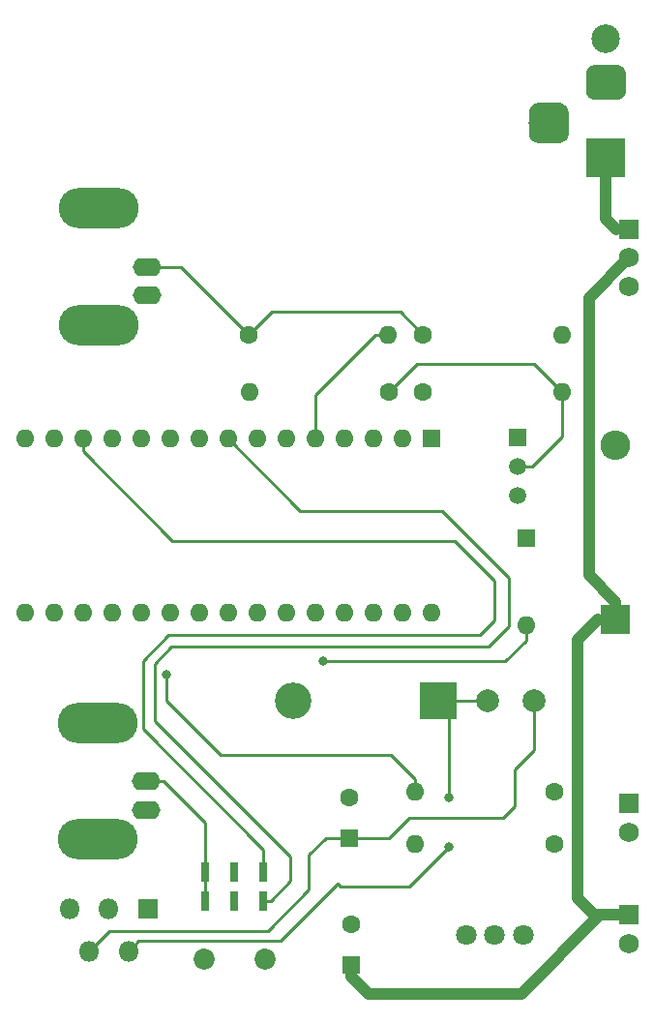
<source format=gbr>
G04 #@! TF.GenerationSoftware,KiCad,Pcbnew,(5.0.0)*
G04 #@! TF.CreationDate,2018-12-21T15:57:03+00:00*
G04 #@! TF.ProjectId,OpenSpritzer_1.3,4F70656E53707269747A65725F312E33,rev?*
G04 #@! TF.SameCoordinates,Original*
G04 #@! TF.FileFunction,Copper,L1,Top,Signal*
G04 #@! TF.FilePolarity,Positive*
%FSLAX46Y46*%
G04 Gerber Fmt 4.6, Leading zero omitted, Abs format (unit mm)*
G04 Created by KiCad (PCBNEW (5.0.0)) date 12/21/18 15:57:03*
%MOMM*%
%LPD*%
G01*
G04 APERTURE LIST*
G04 #@! TA.AperFunction,ComponentPad*
%ADD10C,1.750000*%
G04 #@! TD*
G04 #@! TA.AperFunction,ComponentPad*
%ADD11R,1.750000X1.750000*%
G04 #@! TD*
G04 #@! TA.AperFunction,ComponentPad*
%ADD12C,1.800000*%
G04 #@! TD*
G04 #@! TA.AperFunction,ComponentPad*
%ADD13O,2.600000X2.600000*%
G04 #@! TD*
G04 #@! TA.AperFunction,ComponentPad*
%ADD14R,2.600000X2.600000*%
G04 #@! TD*
G04 #@! TA.AperFunction,ComponentPad*
%ADD15C,1.600000*%
G04 #@! TD*
G04 #@! TA.AperFunction,ComponentPad*
%ADD16O,1.600000X1.600000*%
G04 #@! TD*
G04 #@! TA.AperFunction,ComponentPad*
%ADD17C,2.000000*%
G04 #@! TD*
G04 #@! TA.AperFunction,ComponentPad*
%ADD18R,1.600000X1.600000*%
G04 #@! TD*
G04 #@! TA.AperFunction,ComponentPad*
%ADD19R,1.500000X1.500000*%
G04 #@! TD*
G04 #@! TA.AperFunction,ComponentPad*
%ADD20C,1.500000*%
G04 #@! TD*
G04 #@! TA.AperFunction,Conductor*
%ADD21C,0.100000*%
G04 #@! TD*
G04 #@! TA.AperFunction,ComponentPad*
%ADD22C,3.500000*%
G04 #@! TD*
G04 #@! TA.AperFunction,ComponentPad*
%ADD23C,3.000000*%
G04 #@! TD*
G04 #@! TA.AperFunction,ComponentPad*
%ADD24R,3.500000X3.500000*%
G04 #@! TD*
G04 #@! TA.AperFunction,ComponentPad*
%ADD25C,2.500000*%
G04 #@! TD*
G04 #@! TA.AperFunction,ComponentPad*
%ADD26R,3.200000X3.200000*%
G04 #@! TD*
G04 #@! TA.AperFunction,ComponentPad*
%ADD27O,3.200000X3.200000*%
G04 #@! TD*
G04 #@! TA.AperFunction,ComponentPad*
%ADD28R,0.750000X1.750000*%
G04 #@! TD*
G04 #@! TA.AperFunction,ComponentPad*
%ADD29C,1.850000*%
G04 #@! TD*
G04 #@! TA.AperFunction,ComponentPad*
%ADD30O,7.000240X3.500120*%
G04 #@! TD*
G04 #@! TA.AperFunction,ComponentPad*
%ADD31O,2.499360X1.600200*%
G04 #@! TD*
G04 #@! TA.AperFunction,ComponentPad*
%ADD32R,1.800000X1.800000*%
G04 #@! TD*
G04 #@! TA.AperFunction,ComponentPad*
%ADD33O,1.800000X1.800000*%
G04 #@! TD*
G04 #@! TA.AperFunction,ViaPad*
%ADD34C,0.800000*%
G04 #@! TD*
G04 #@! TA.AperFunction,Conductor*
%ADD35C,0.250000*%
G04 #@! TD*
G04 #@! TA.AperFunction,Conductor*
%ADD36C,1.000000*%
G04 #@! TD*
G04 APERTURE END LIST*
D10*
G04 #@! TO.P,,3*
G04 #@! TO.N,GNDREF*
X154500000Y-86700000D03*
G04 #@! TO.P,,2*
G04 #@! TO.N,Net-(C1-Pad1)*
X154500000Y-84200000D03*
D11*
G04 #@! TO.P,,1*
X154500000Y-81700000D03*
G04 #@! TD*
G04 #@! TO.P,,1*
G04 #@! TO.N,Net-(C1-Pad1)*
X154500000Y-141700000D03*
D10*
G04 #@! TO.P,,2*
G04 #@! TO.N,Net-(D3-Pad2)*
X154500000Y-144200000D03*
G04 #@! TD*
D11*
G04 #@! TO.P,,1*
G04 #@! TO.N,GNDREF*
X154500000Y-131950000D03*
D10*
G04 #@! TO.P,,2*
G04 #@! TO.N,Net-(D1-Pad2)*
X154500000Y-134450000D03*
G04 #@! TD*
D12*
G04 #@! TO.P,,3*
G04 #@! TO.N,Net-(A1-Pad27)*
X145260000Y-143480000D03*
G04 #@! TO.P,,2*
G04 #@! TO.N,Net-(R1-Pad1)*
X142760000Y-143480000D03*
G04 #@! TO.P,,1*
G04 #@! TO.N,GNDREF*
X140260000Y-143480000D03*
G04 #@! TD*
D13*
G04 #@! TO.P,,2*
G04 #@! TO.N,Net-(D3-Pad2)*
X153340000Y-100630000D03*
D14*
G04 #@! TO.P,,1*
G04 #@! TO.N,Net-(C1-Pad1)*
X153340000Y-115870000D03*
G04 #@! TD*
D15*
G04 #@! TO.P,,1*
G04 #@! TO.N,Net-(J1-Pad1)*
X136500000Y-90950000D03*
D16*
G04 #@! TO.P,,2*
G04 #@! TO.N,GNDREF*
X148680000Y-90950000D03*
G04 #@! TD*
D15*
G04 #@! TO.P,,1*
G04 #@! TO.N,Net-(R1-Pad1)*
X148000000Y-130950000D03*
D16*
G04 #@! TO.P,,2*
G04 #@! TO.N,Net-(A1-Pad19)*
X135820000Y-130950000D03*
G04 #@! TD*
D15*
G04 #@! TO.P,,1*
G04 #@! TO.N,Net-(D1-Pad2)*
X148000000Y-135450000D03*
D16*
G04 #@! TO.P,,2*
G04 #@! TO.N,Net-(R2-Pad2)*
X135820000Y-135450000D03*
G04 #@! TD*
D15*
G04 #@! TO.P,,1*
G04 #@! TO.N,GNDREF*
X136500000Y-95950000D03*
D16*
G04 #@! TO.P,,2*
G04 #@! TO.N,Net-(Q1-Pad2)*
X148680000Y-95950000D03*
G04 #@! TD*
D15*
G04 #@! TO.P,,1*
G04 #@! TO.N,Net-(J1-Pad1)*
X121250000Y-90950000D03*
D16*
G04 #@! TO.P,,2*
G04 #@! TO.N,Net-(A1-Pad5)*
X133430000Y-90950000D03*
G04 #@! TD*
D15*
G04 #@! TO.P,,1*
G04 #@! TO.N,Net-(Q1-Pad2)*
X133500000Y-95950000D03*
D16*
G04 #@! TO.P,,2*
G04 #@! TO.N,Net-(D2-Pad1)*
X121320000Y-95950000D03*
G04 #@! TD*
D17*
G04 #@! TO.P,,1*
G04 #@! TO.N,Net-(A1-Pad30)*
X146175000Y-122950000D03*
G04 #@! TO.P,,2*
G04 #@! TO.N,Net-(D4-Pad1)*
X142175000Y-122950000D03*
G04 #@! TD*
D18*
G04 #@! TO.P,,1*
G04 #@! TO.N,Net-(A1-Pad1)*
X137200000Y-100000000D03*
D16*
G04 #@! TO.P,,17*
G04 #@! TO.N,Net-(A1-Pad17)*
X104180000Y-115240000D03*
G04 #@! TO.P,,2*
G04 #@! TO.N,Net-(A1-Pad2)*
X134660000Y-100000000D03*
G04 #@! TO.P,,18*
G04 #@! TO.N,Net-(A1-Pad18)*
X106720000Y-115240000D03*
G04 #@! TO.P,,3*
G04 #@! TO.N,Net-(A1-Pad3)*
X132120000Y-100000000D03*
G04 #@! TO.P,,19*
G04 #@! TO.N,Net-(A1-Pad19)*
X109260000Y-115240000D03*
G04 #@! TO.P,,4*
G04 #@! TO.N,GNDREF*
X129580000Y-100000000D03*
G04 #@! TO.P,,20*
G04 #@! TO.N,Net-(A1-Pad20)*
X111800000Y-115240000D03*
G04 #@! TO.P,,5*
G04 #@! TO.N,Net-(A1-Pad5)*
X127040000Y-100000000D03*
G04 #@! TO.P,,21*
G04 #@! TO.N,Net-(A1-Pad21)*
X114340000Y-115240000D03*
G04 #@! TO.P,,6*
G04 #@! TO.N,Net-(A1-Pad6)*
X124500000Y-100000000D03*
G04 #@! TO.P,,22*
G04 #@! TO.N,Net-(A1-Pad22)*
X116880000Y-115240000D03*
G04 #@! TO.P,,7*
G04 #@! TO.N,Net-(A1-Pad7)*
X121960000Y-100000000D03*
G04 #@! TO.P,,23*
G04 #@! TO.N,Net-(A1-Pad23)*
X119420000Y-115240000D03*
G04 #@! TO.P,,8*
G04 #@! TO.N,Net-(A1-Pad8)*
X119420000Y-100000000D03*
G04 #@! TO.P,,24*
G04 #@! TO.N,Net-(A1-Pad24)*
X121960000Y-115240000D03*
G04 #@! TO.P,,9*
G04 #@! TO.N,Net-(A1-Pad9)*
X116880000Y-100000000D03*
G04 #@! TO.P,,25*
G04 #@! TO.N,Net-(A1-Pad25)*
X124500000Y-115240000D03*
G04 #@! TO.P,,10*
G04 #@! TO.N,Net-(A1-Pad10)*
X114340000Y-100000000D03*
G04 #@! TO.P,,26*
G04 #@! TO.N,Net-(A1-Pad26)*
X127040000Y-115240000D03*
G04 #@! TO.P,,11*
G04 #@! TO.N,Net-(A1-Pad11)*
X111800000Y-100000000D03*
G04 #@! TO.P,,27*
G04 #@! TO.N,Net-(A1-Pad27)*
X129580000Y-115240000D03*
G04 #@! TO.P,,12*
G04 #@! TO.N,Net-(A1-Pad12)*
X109260000Y-100000000D03*
G04 #@! TO.P,,28*
G04 #@! TO.N,Net-(A1-Pad28)*
X132120000Y-115240000D03*
G04 #@! TO.P,,13*
G04 #@! TO.N,Net-(A1-Pad13)*
X106720000Y-100000000D03*
G04 #@! TO.P,,29*
G04 #@! TO.N,GNDREF*
X134660000Y-115240000D03*
G04 #@! TO.P,,14*
G04 #@! TO.N,Net-(A1-Pad14)*
X104180000Y-100000000D03*
G04 #@! TO.P,,30*
G04 #@! TO.N,Net-(A1-Pad30)*
X137200000Y-115240000D03*
G04 #@! TO.P,,15*
G04 #@! TO.N,Net-(A1-Pad15)*
X101640000Y-100000000D03*
G04 #@! TO.P,,16*
G04 #@! TO.N,Net-(A1-Pad16)*
X101640000Y-115240000D03*
G04 #@! TD*
D19*
G04 #@! TO.P,NPN,1*
G04 #@! TO.N,GNDREF*
X144750000Y-99950000D03*
D20*
G04 #@! TO.P,NPN,3*
G04 #@! TO.N,Net-(D3-Pad2)*
X144750000Y-105030000D03*
G04 #@! TO.P,NPN,2*
G04 #@! TO.N,Net-(Q1-Pad2)*
X144750000Y-102490000D03*
G04 #@! TD*
D21*
G04 #@! TO.N,GNDREF*
G04 #@! TO.C,*
G36*
X148460765Y-70654213D02*
X148545704Y-70666813D01*
X148628999Y-70687677D01*
X148709848Y-70716605D01*
X148787472Y-70753319D01*
X148861124Y-70797464D01*
X148930094Y-70848616D01*
X148993718Y-70906282D01*
X149051384Y-70969906D01*
X149102536Y-71038876D01*
X149146681Y-71112528D01*
X149183395Y-71190152D01*
X149212323Y-71271001D01*
X149233187Y-71354296D01*
X149245787Y-71439235D01*
X149250000Y-71525000D01*
X149250000Y-73275000D01*
X149245787Y-73360765D01*
X149233187Y-73445704D01*
X149212323Y-73528999D01*
X149183395Y-73609848D01*
X149146681Y-73687472D01*
X149102536Y-73761124D01*
X149051384Y-73830094D01*
X148993718Y-73893718D01*
X148930094Y-73951384D01*
X148861124Y-74002536D01*
X148787472Y-74046681D01*
X148709848Y-74083395D01*
X148628999Y-74112323D01*
X148545704Y-74133187D01*
X148460765Y-74145787D01*
X148375000Y-74150000D01*
X146625000Y-74150000D01*
X146539235Y-74145787D01*
X146454296Y-74133187D01*
X146371001Y-74112323D01*
X146290152Y-74083395D01*
X146212528Y-74046681D01*
X146138876Y-74002536D01*
X146069906Y-73951384D01*
X146006282Y-73893718D01*
X145948616Y-73830094D01*
X145897464Y-73761124D01*
X145853319Y-73687472D01*
X145816605Y-73609848D01*
X145787677Y-73528999D01*
X145766813Y-73445704D01*
X145754213Y-73360765D01*
X145750000Y-73275000D01*
X145750000Y-71525000D01*
X145754213Y-71439235D01*
X145766813Y-71354296D01*
X145787677Y-71271001D01*
X145816605Y-71190152D01*
X145853319Y-71112528D01*
X145897464Y-71038876D01*
X145948616Y-70969906D01*
X146006282Y-70906282D01*
X146069906Y-70848616D01*
X146138876Y-70797464D01*
X146212528Y-70753319D01*
X146290152Y-70716605D01*
X146371001Y-70687677D01*
X146454296Y-70666813D01*
X146539235Y-70654213D01*
X146625000Y-70650000D01*
X148375000Y-70650000D01*
X148460765Y-70654213D01*
X148460765Y-70654213D01*
G37*
D22*
G04 #@! TD*
G04 #@! TO.P,,3*
G04 #@! TO.N,GNDREF*
X147500000Y-72400000D03*
D21*
G04 #@! TO.N,GNDREF*
G04 #@! TO.C,*
G36*
X153573513Y-67353611D02*
X153646318Y-67364411D01*
X153717714Y-67382295D01*
X153787013Y-67407090D01*
X153853548Y-67438559D01*
X153916678Y-67476398D01*
X153975795Y-67520242D01*
X154030330Y-67569670D01*
X154079758Y-67624205D01*
X154123602Y-67683322D01*
X154161441Y-67746452D01*
X154192910Y-67812987D01*
X154217705Y-67882286D01*
X154235589Y-67953682D01*
X154246389Y-68026487D01*
X154250000Y-68100000D01*
X154250000Y-69600000D01*
X154246389Y-69673513D01*
X154235589Y-69746318D01*
X154217705Y-69817714D01*
X154192910Y-69887013D01*
X154161441Y-69953548D01*
X154123602Y-70016678D01*
X154079758Y-70075795D01*
X154030330Y-70130330D01*
X153975795Y-70179758D01*
X153916678Y-70223602D01*
X153853548Y-70261441D01*
X153787013Y-70292910D01*
X153717714Y-70317705D01*
X153646318Y-70335589D01*
X153573513Y-70346389D01*
X153500000Y-70350000D01*
X151500000Y-70350000D01*
X151426487Y-70346389D01*
X151353682Y-70335589D01*
X151282286Y-70317705D01*
X151212987Y-70292910D01*
X151146452Y-70261441D01*
X151083322Y-70223602D01*
X151024205Y-70179758D01*
X150969670Y-70130330D01*
X150920242Y-70075795D01*
X150876398Y-70016678D01*
X150838559Y-69953548D01*
X150807090Y-69887013D01*
X150782295Y-69817714D01*
X150764411Y-69746318D01*
X150753611Y-69673513D01*
X150750000Y-69600000D01*
X150750000Y-68100000D01*
X150753611Y-68026487D01*
X150764411Y-67953682D01*
X150782295Y-67882286D01*
X150807090Y-67812987D01*
X150838559Y-67746452D01*
X150876398Y-67683322D01*
X150920242Y-67624205D01*
X150969670Y-67569670D01*
X151024205Y-67520242D01*
X151083322Y-67476398D01*
X151146452Y-67438559D01*
X151212987Y-67407090D01*
X151282286Y-67382295D01*
X151353682Y-67364411D01*
X151426487Y-67353611D01*
X151500000Y-67350000D01*
X153500000Y-67350000D01*
X153573513Y-67353611D01*
X153573513Y-67353611D01*
G37*
D23*
G04 #@! TD*
G04 #@! TO.P,,2*
G04 #@! TO.N,GNDREF*
X152500000Y-68850000D03*
D24*
G04 #@! TO.P,,1*
G04 #@! TO.N,Net-(C1-Pad1)*
X152500000Y-75450000D03*
D25*
G04 #@! TO.P,,4*
G04 #@! TO.N,N/C*
X152500000Y-65050000D03*
G04 #@! TD*
D26*
G04 #@! TO.P,,1*
G04 #@! TO.N,Net-(D4-Pad1)*
X137800000Y-122950000D03*
D27*
G04 #@! TO.P,,2*
G04 #@! TO.N,GNDREF*
X125100000Y-122950000D03*
G04 #@! TD*
D28*
G04 #@! TO.P,,1*
G04 #@! TO.N,Net-(J4-Pad1)*
X117460000Y-137930000D03*
G04 #@! TO.P,,2*
G04 #@! TO.N,Net-(R2-Pad2)*
X120000000Y-137930000D03*
G04 #@! TO.P,,3*
G04 #@! TO.N,Net-(A1-Pad13)*
X122540000Y-137930000D03*
G04 #@! TO.P,,4*
G04 #@! TO.N,Net-(J4-Pad1)*
X117460000Y-140470000D03*
G04 #@! TO.P,,5*
G04 #@! TO.N,Net-(D2-Pad2)*
X120000000Y-140470000D03*
G04 #@! TO.P,,6*
G04 #@! TO.N,Net-(A1-Pad8)*
X122540000Y-140470000D03*
D29*
G04 #@! TO.P,,7*
G04 #@! TO.N,N/C*
X117300000Y-145550000D03*
G04 #@! TO.P,,8*
X122700000Y-145550000D03*
G04 #@! TD*
D18*
G04 #@! TO.P,,1*
G04 #@! TO.N,Net-(C1-Pad1)*
X130200000Y-146050000D03*
D15*
G04 #@! TO.P,,2*
G04 #@! TO.N,GNDREF*
X130200000Y-142550000D03*
G04 #@! TD*
G04 #@! TO.P,,2*
G04 #@! TO.N,GNDREF*
X130000000Y-131450000D03*
D18*
G04 #@! TO.P,,1*
G04 #@! TO.N,Net-(A1-Pad30)*
X130000000Y-134950000D03*
G04 #@! TD*
D30*
G04 #@! TO.P,,2*
G04 #@! TO.N,Net-(A1-Pad27)*
X108111600Y-90097780D03*
X108111600Y-79899680D03*
D31*
G04 #@! TO.P,,1*
G04 #@! TO.N,Net-(J1-Pad1)*
X112376260Y-85000000D03*
G04 #@! TO.P,,2*
G04 #@! TO.N,Net-(A1-Pad27)*
X112376260Y-87499360D03*
G04 #@! TD*
D18*
G04 #@! TO.P,,1*
G04 #@! TO.N,Net-(D2-Pad1)*
X145500000Y-108700000D03*
D16*
G04 #@! TO.P,,2*
G04 #@! TO.N,Net-(D2-Pad2)*
X145500000Y-116320000D03*
G04 #@! TD*
D32*
G04 #@! TO.P,,1*
G04 #@! TO.N,Net-(C1-Pad1)*
X112400000Y-141150000D03*
D33*
G04 #@! TO.P,,2*
G04 #@! TO.N,Net-(D4-Pad1)*
X110700000Y-144850000D03*
G04 #@! TO.P,,3*
G04 #@! TO.N,GNDREF*
X109000000Y-141150000D03*
G04 #@! TO.P,,4*
G04 #@! TO.N,Net-(A1-Pad30)*
X107300000Y-144850000D03*
G04 #@! TO.P,,5*
G04 #@! TO.N,GNDREF*
X105600000Y-141150000D03*
G04 #@! TD*
D31*
G04 #@! TO.P,,2*
G04 #@! TO.N,GNDREF*
X112301260Y-132499360D03*
G04 #@! TO.P,,1*
G04 #@! TO.N,Net-(J4-Pad1)*
X112301260Y-130000000D03*
D30*
G04 #@! TO.P,,2*
G04 #@! TO.N,GNDREF*
X108036600Y-124899680D03*
X108036600Y-135097780D03*
G04 #@! TD*
D34*
G04 #@! TO.N,Net-(A1-Pad19)*
X114000000Y-120700000D03*
G04 #@! TO.N,Net-(D2-Pad2)*
X127750000Y-119490000D03*
G04 #@! TO.N,Net-(D4-Pad1)*
X138750000Y-135700000D03*
X138750000Y-131450000D03*
G04 #@! TD*
D35*
G04 #@! TO.N,Net-(A1-Pad30)*
X128000000Y-134950000D02*
X130000000Y-134950000D01*
X126500000Y-136450000D02*
X128000000Y-134950000D01*
X126500000Y-139500000D02*
X126500000Y-136450000D01*
X122900000Y-143100000D02*
X126500000Y-139500000D01*
X107300000Y-144850000D02*
X109050000Y-143100000D01*
X109050000Y-143100000D02*
X122900000Y-143100000D01*
X130000000Y-134950000D02*
X133500000Y-134950000D01*
X133500000Y-134950000D02*
X135250000Y-133200000D01*
X135250000Y-133200000D02*
X143500000Y-133200000D01*
X143500000Y-133200000D02*
X144500000Y-132200000D01*
X144500000Y-132200000D02*
X144500000Y-128950000D01*
X146175000Y-127275000D02*
X146175000Y-122950000D01*
X144500000Y-128950000D02*
X146175000Y-127275000D01*
G04 #@! TO.N,GNDREF*
X129580000Y-99630000D02*
X129580000Y-100000000D01*
G04 #@! TO.N,Net-(A1-Pad13)*
X139250000Y-108950000D02*
X114538630Y-108950000D01*
X142750000Y-115950000D02*
X142750000Y-112450000D01*
X122540000Y-135990000D02*
X112000000Y-125450000D01*
X122540000Y-137930000D02*
X122540000Y-135990000D01*
X142750000Y-112450000D02*
X139250000Y-108950000D01*
X112000000Y-125450000D02*
X112000000Y-119450000D01*
X114538630Y-108950000D02*
X106720000Y-101131370D01*
X112000000Y-119450000D02*
X114250000Y-117200000D01*
X114250000Y-117200000D02*
X141500000Y-117200000D01*
X106720000Y-101131370D02*
X106720000Y-100000000D01*
X141500000Y-117200000D02*
X142750000Y-115950000D01*
G04 #@! TO.N,Net-(A1-Pad8)*
X144000000Y-112200000D02*
X138130000Y-106330000D01*
X142250000Y-118200000D02*
X144000000Y-116450000D01*
X114500000Y-118200000D02*
X142250000Y-118200000D01*
X125750000Y-106330000D02*
X119420000Y-100000000D01*
X123165000Y-140470000D02*
X124900000Y-138735000D01*
X122540000Y-140470000D02*
X123165000Y-140470000D01*
X124900000Y-138735000D02*
X124900000Y-136600000D01*
X124900000Y-136600000D02*
X113000000Y-124700000D01*
X144000000Y-116450000D02*
X144000000Y-112200000D01*
X113000000Y-124700000D02*
X113000000Y-119700000D01*
X138130000Y-106330000D02*
X125750000Y-106330000D01*
X113000000Y-119700000D02*
X114500000Y-118200000D01*
G04 #@! TO.N,Net-(A1-Pad5)*
X127040000Y-98868630D02*
X127040000Y-100000000D01*
X127040000Y-96208630D02*
X127040000Y-98868630D01*
X132298630Y-90950000D02*
X127040000Y-96208630D01*
X133430000Y-90950000D02*
X132298630Y-90950000D01*
G04 #@! TO.N,Net-(A1-Pad19)*
X135820000Y-129818630D02*
X133701370Y-127700000D01*
X135820000Y-130950000D02*
X135820000Y-129818630D01*
X133701370Y-127700000D02*
X118750000Y-127700000D01*
X118750000Y-127700000D02*
X114000000Y-122950000D01*
X114000000Y-122950000D02*
X114000000Y-120700000D01*
X114000000Y-120700000D02*
X114000000Y-120700000D01*
G04 #@! TO.N,Net-(D2-Pad2)*
X127750000Y-119490000D02*
X143710000Y-119490000D01*
X143710000Y-119490000D02*
X145500000Y-117700000D01*
X145500000Y-117700000D02*
X145500000Y-116320000D01*
G04 #@! TO.N,Net-(J1-Pad1)*
X115300000Y-85000000D02*
X121250000Y-90950000D01*
X112376260Y-85000000D02*
X115300000Y-85000000D01*
X134500000Y-88950000D02*
X136500000Y-90950000D01*
X121250000Y-90950000D02*
X123250000Y-88950000D01*
X123250000Y-88950000D02*
X134500000Y-88950000D01*
G04 #@! TO.N,Net-(Q1-Pad2)*
X146070000Y-102490000D02*
X144750000Y-102490000D01*
X148680000Y-95950000D02*
X148680000Y-99880000D01*
X148680000Y-99880000D02*
X146070000Y-102490000D01*
X146180000Y-93450000D02*
X148680000Y-95950000D01*
X133500000Y-95950000D02*
X136000000Y-93450000D01*
X136000000Y-93450000D02*
X146180000Y-93450000D01*
D36*
G04 #@! TO.N,Net-(C1-Pad1)*
X130200000Y-147100000D02*
X131700000Y-148600000D01*
X130200000Y-146050000D02*
X130200000Y-147100000D01*
X151000000Y-111980000D02*
X153340000Y-114320000D01*
X151000000Y-90450000D02*
X151000000Y-111980000D01*
X153340000Y-114320000D02*
X153340000Y-115870000D01*
X150000000Y-140205000D02*
X150000000Y-120760000D01*
X150000000Y-120760000D02*
X150000000Y-119450000D01*
X150000000Y-117660000D02*
X150000000Y-118700000D01*
X151790000Y-115870000D02*
X150000000Y-117660000D01*
D35*
X153340000Y-115870000D02*
X151790000Y-115870000D01*
D36*
X150000000Y-119450000D02*
X150000000Y-118700000D01*
D35*
X150000000Y-118700000D02*
X150000000Y-118200000D01*
D36*
X145100000Y-148600000D02*
X131700000Y-148600000D01*
X151495000Y-141700000D02*
X154500000Y-141700000D01*
X150000000Y-140205000D02*
X151495000Y-141700000D01*
D35*
X152000000Y-141700000D02*
X154500000Y-141700000D01*
D36*
X145100000Y-148600000D02*
X152000000Y-141700000D01*
D35*
X153375000Y-81700000D02*
X154500000Y-81700000D01*
D36*
X152500000Y-80825000D02*
X153375000Y-81700000D01*
X152500000Y-75450000D02*
X152500000Y-80825000D01*
X151000000Y-87700000D02*
X154500000Y-84200000D01*
X151000000Y-90450000D02*
X151000000Y-87700000D01*
D35*
G04 #@! TO.N,Net-(D4-Pad1)*
X111599999Y-143950001D02*
X110700000Y-144850000D01*
X123999999Y-143950001D02*
X111599999Y-143950001D01*
X139650000Y-122950000D02*
X142175000Y-122950000D01*
X137800000Y-122950000D02*
X139650000Y-122950000D01*
X123999999Y-143950001D02*
X129000000Y-138950000D01*
X129000000Y-138950000D02*
X129250000Y-139200000D01*
X129250000Y-139200000D02*
X135250000Y-139200000D01*
X135250000Y-139200000D02*
X138750000Y-135700000D01*
X138750000Y-135700000D02*
X138750000Y-135700000D01*
X138750000Y-123900000D02*
X137800000Y-122950000D01*
X138750000Y-131450000D02*
X138750000Y-130450000D01*
X138750000Y-130450000D02*
X138750000Y-129950000D01*
X138750000Y-130200000D02*
X138750000Y-129950000D01*
X138750000Y-129950000D02*
X138750000Y-123900000D01*
G04 #@! TO.N,Net-(J4-Pad1)*
X117460000Y-136805000D02*
X117460000Y-137930000D01*
X117460000Y-133659060D02*
X117460000Y-136805000D01*
X113800940Y-130000000D02*
X117460000Y-133659060D01*
X112301260Y-130000000D02*
X113800940Y-130000000D01*
X117460000Y-137930000D02*
X117460000Y-140470000D01*
G04 #@! TD*
M02*

</source>
